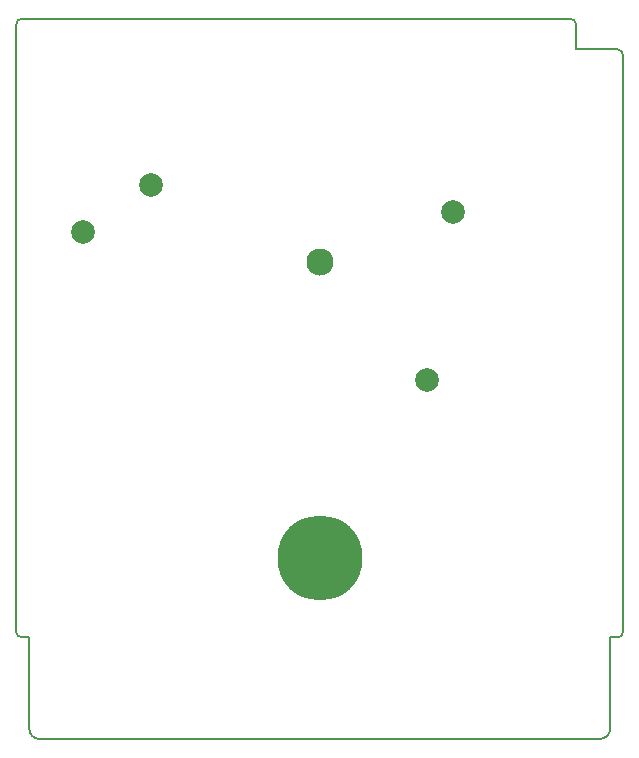
<source format=gbr>
G04 #@! TF.GenerationSoftware,KiCad,Pcbnew,5.1.5-52549c5~84~ubuntu19.10.1*
G04 #@! TF.CreationDate,2020-02-14T19:35:02+02:00*
G04 #@! TF.ProjectId,GB-CART32K-A,47422d43-4152-4543-9332-4b2d412e6b69,v1.1*
G04 #@! TF.SameCoordinates,Original*
G04 #@! TF.FileFunction,Soldermask,Bot*
G04 #@! TF.FilePolarity,Negative*
%FSLAX46Y46*%
G04 Gerber Fmt 4.6, Leading zero omitted, Abs format (unit mm)*
G04 Created by KiCad (PCBNEW 5.1.5-52549c5~84~ubuntu19.10.1) date 2020-02-14 19:35:02*
%MOMM*%
%LPD*%
G04 APERTURE LIST*
%ADD10C,0.150000*%
%ADD11C,2.000000*%
%ADD12C,2.300000*%
%ADD13C,7.200000*%
G04 APERTURE END LIST*
D10*
X74800000Y-91400000D02*
G75*
G02X74300000Y-90900000I0J500000D01*
G01*
X74300000Y-39500000D02*
G75*
G02X74800000Y-39000000I500000J0D01*
G01*
X121200000Y-39000000D02*
G75*
G02X121700000Y-39500000I0J-500000D01*
G01*
X125200000Y-41600000D02*
G75*
G02X125700000Y-42100000I0J-500000D01*
G01*
X125700000Y-90900000D02*
G75*
G02X125200000Y-91400000I-500000J0D01*
G01*
X76300000Y-100000000D02*
G75*
G02X75400000Y-99100000I0J900000D01*
G01*
X124600000Y-99100000D02*
G75*
G02X123700000Y-100000000I-900000J0D01*
G01*
X121700000Y-39500000D02*
X121700000Y-41600000D01*
X74800000Y-39000000D02*
X121200000Y-39000000D01*
X125200000Y-41600000D02*
X121700000Y-41600000D01*
X74300000Y-90900000D02*
X74300000Y-39500000D01*
X75400000Y-91400000D02*
X74800000Y-91400000D01*
X75400000Y-99100000D02*
X75400000Y-91400000D01*
X125700000Y-90900000D02*
X125700000Y-42100000D01*
X124600000Y-91400000D02*
X125200000Y-91400000D01*
X124600000Y-99100000D02*
X124600000Y-91400000D01*
X76300000Y-100000000D02*
X123700000Y-100000000D01*
D11*
X111300000Y-55400000D03*
X109100000Y-69600000D03*
X80000000Y-57100000D03*
X85700000Y-53100000D03*
D12*
X100000000Y-59650000D03*
D13*
X100000000Y-84650000D03*
M02*

</source>
